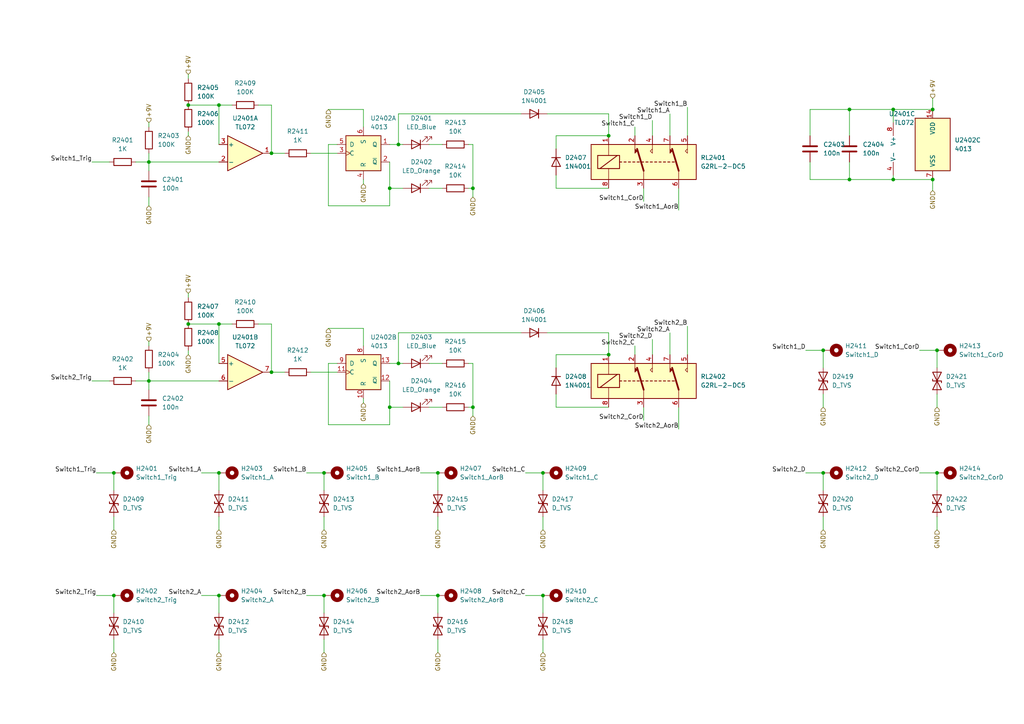
<source format=kicad_sch>
(kicad_sch (version 20211123) (generator eeschema)
  (paper "A4")
  (lib_symbols
    (symbol "4xxx:4013" (pin_names (offset 1.016))
      (property "Reference" "U" (at -7.62 8.89 0))
      (property "Value" "4013" (at -7.62 -8.89 0))
      (symbol "4013_1_1"
        (rectangle (start -5.08 5.08) (end 5.08 -5.08) (stroke (width 0.254)) (fill (type background)))
        (pin output line (at 7.62 2.54 180) (length 2.54) (name "Q") (number "1"))
        (pin output line (at 7.62 -2.54 180) (length 2.54) (name "~{Q}") (number "2"))
        (pin input clock (at -7.62 0 0) (length 2.54) (name "C") (number "3"))
        (pin input line (at 0 -7.62 90) (length 2.54) (name "R") (number "4"))
        (pin input line (at -7.62 2.54 0) (length 2.54) (name "D") (number "5"))
        (pin input line (at 0 7.62 270) (length 2.54) (name "S") (number "6"))
      )
      (symbol "4013_2_1"
        (rectangle (start -5.08 5.08) (end 5.08 -5.08) (stroke (width 0.254)) (fill (type background)))
        (pin input line (at 0 -7.62 90) (length 2.54) (name "R") (number "10"))
        (pin input clock (at -7.62 0 0) (length 2.54) (name "C") (number "11"))
        (pin output line (at 7.62 -2.54 180) (length 2.54) (name "~{Q}") (number "12"))
        (pin output line (at 7.62 2.54 180) (length 2.54) (name "Q") (number "13"))
        (pin input line (at 0 7.62 270) (length 2.54) (name "S") (number "8"))
        (pin input line (at -7.62 2.54 0) (length 2.54) (name "D") (number "9"))
      )
      (symbol "4013_3_0"
        (pin power_in line (at 0 10.16 270) (length 2.54) (name "VDD") (number "14"))
        (pin power_in line (at 0 -10.16 90) (length 2.54) (name "VSS") (number "7"))
      )
      (symbol "4013_3_1"
        (rectangle (start -5.08 7.62) (end 5.08 -7.62) (stroke (width 0.254)) (fill (type background)))
      )
    )
    (symbol "Amplifier_Operational:TL072" (pin_names (offset 0.127))
      (property "Reference" "U" (at 0 5.08 0))
      (property "Value" "TL072" (at 0 -5.08 0))
      (symbol "TL072_1_1"
        (polyline (pts (xy -5.08 5.08) (xy 5.08 0) (xy -5.08 -5.08) (xy -5.08 5.08)) (stroke (width 0.254)) (fill (type background)))
        (pin output line (at 7.62 0 180) (length 2.54) (name "~") (number "1"))
        (pin input line (at -7.62 -2.54 0) (length 2.54) (name "-") (number "2"))
        (pin input line (at -7.62 2.54 0) (length 2.54) (name "+") (number "3"))
      )
      (symbol "TL072_2_1"
        (polyline (pts (xy -5.08 5.08) (xy 5.08 0) (xy -5.08 -5.08) (xy -5.08 5.08)) (stroke (width 0.254)) (fill (type background)))
        (pin input line (at -7.62 2.54 0) (length 2.54) (name "+") (number "5"))
        (pin input line (at -7.62 -2.54 0) (length 2.54) (name "-") (number "6"))
        (pin output line (at 7.62 0 180) (length 2.54) (name "~") (number "7"))
      )
      (symbol "TL072_3_1"
        (pin power_in line (at -2.54 -7.62 90) (length 3.81) (name "V-") (number "4"))
        (pin power_in line (at -2.54 7.62 270) (length 3.81) (name "V+") (number "8"))
      )
    )
    (symbol "Device:C" (pin_numbers hide) (pin_names (offset 0.254))
      (property "Reference" "C" (at 0.635 2.54 0))
      (property "Value" "C" (at 0.635 -2.54 0))
      (symbol "C_0_1"
        (polyline (pts (xy -2.032 -0.762) (xy 2.032 -0.762)) (stroke (width 0.508)))
        (polyline (pts (xy -2.032 0.762) (xy 2.032 0.762)) (stroke (width 0.508)))
      )
      (symbol "C_1_1"
        (pin passive line (at 0 3.81 270) (length 2.794) (name "~") (number "1"))
        (pin passive line (at 0 -3.81 90) (length 2.794) (name "~") (number "2"))
      )
    )
    (symbol "Device:D_TVS" (pin_numbers hide) (pin_names (offset 1.016) hide)
      (property "Reference" "D" (at 0 2.54 0))
      (property "Value" "D_TVS" (at 0 -2.54 0))
      (symbol "D_TVS_0_1"
        (polyline (pts (xy 1.27 0) (xy -1.27 0)))
        (polyline (pts (xy 0.508 1.27) (xy 0 1.27) (xy 0 -1.27) (xy -0.508 -1.27)) (stroke (width 0.254)))
        (polyline (pts (xy -2.54 1.27) (xy -2.54 -1.27) (xy 2.54 1.27) (xy 2.54 -1.27) (xy -2.54 1.27)) (stroke (width 0.254)))
      )
      (symbol "D_TVS_1_1"
        (pin passive line (at -3.81 0 0) (length 2.54) (name "A1") (number "1"))
        (pin passive line (at 3.81 0 180) (length 2.54) (name "A2") (number "2"))
      )
    )
    (symbol "Device:LED" (pin_numbers hide) (pin_names (offset 1.016) hide)
      (property "Reference" "D" (at 0 2.54 0))
      (property "Value" "LED" (at 0 -2.54 0))
      (symbol "LED_0_1"
        (polyline (pts (xy -1.27 -1.27) (xy -1.27 1.27)) (stroke (width 0.254)))
        (polyline (pts (xy -1.27 0) (xy 1.27 0)))
        (polyline (pts (xy 1.27 -1.27) (xy 1.27 1.27) (xy -1.27 0) (xy 1.27 -1.27)) (stroke (width 0.254)))
        (polyline (pts (xy -3.048 -0.762) (xy -4.572 -2.286) (xy -3.81 -2.286) (xy -4.572 -2.286) (xy -4.572 -1.524)))
        (polyline (pts (xy -1.778 -0.762) (xy -3.302 -2.286) (xy -2.54 -2.286) (xy -3.302 -2.286) (xy -3.302 -1.524)))
      )
      (symbol "LED_1_1"
        (pin passive line (at -3.81 0 0) (length 2.54) (name "K") (number "1"))
        (pin passive line (at 3.81 0 180) (length 2.54) (name "A") (number "2"))
      )
    )
    (symbol "Device:R" (pin_numbers hide) (pin_names (offset 0))
      (property "Reference" "R" (at 2.032 0 90))
      (property "Value" "R" (at 0 0 90))
      (symbol "R_0_1"
        (rectangle (start -1.016 -2.54) (end 1.016 2.54) (stroke (width 0.254)))
      )
      (symbol "R_1_1"
        (pin passive line (at 0 3.81 270) (length 1.27) (name "~") (number "1"))
        (pin passive line (at 0 -3.81 90) (length 1.27) (name "~") (number "2"))
      )
    )
    (symbol "Diode:1N4001" (pin_numbers hide) (pin_names hide)
      (property "Reference" "D" (at 0 2.54 0))
      (property "Value" "1N4001" (at 0 -2.54 0))
      (symbol "1N4001_0_1"
        (polyline (pts (xy -1.27 1.27) (xy -1.27 -1.27)) (stroke (width 0.254)))
        (polyline (pts (xy 1.27 0) (xy -1.27 0)))
        (polyline (pts (xy 1.27 1.27) (xy 1.27 -1.27) (xy -1.27 0) (xy 1.27 1.27)) (stroke (width 0.254)))
      )
      (symbol "1N4001_1_1"
        (pin passive line (at -3.81 0 0) (length 2.54) (name "K") (number "1"))
        (pin passive line (at 3.81 0 180) (length 2.54) (name "A") (number "2"))
      )
    )
    (symbol "Mechanical:MountingHole_Pad" (pin_numbers hide) (pin_names (offset 1.016) hide)
      (property "Reference" "H" (at 0 6.35 0))
      (property "Value" "MountingHole_Pad" (at 0 4.445 0))
      (symbol "MountingHole_Pad_0_1"
        (circle (center 0 1.27) (radius 1.27) (stroke (width 1.27)))
      )
      (symbol "MountingHole_Pad_1_1"
        (pin input line (at 0 -2.54 90) (length 2.54) (name "1") (number "1"))
      )
    )
    (symbol "Relay:G2RL-2-DC5"
      (property "Reference" "RL" (at 16.51 3.81 0))
      (property "Value" "G2RL-2-DC5" (at 16.51 1.27 0))
      (symbol "G2RL-2-DC5_0_1"
        (rectangle (start -15.24 5.08) (end 15.24 -5.08) (stroke (width 0.254)) (fill (type background)))
        (rectangle (start -13.335 1.905) (end -6.985 -1.905) (stroke (width 0.254)))
        (polyline (pts (xy -12.7 -1.905) (xy -7.62 1.905)) (stroke (width 0.254)))
        (polyline (pts (xy -10.16 -5.08) (xy -10.16 -1.905)))
        (polyline (pts (xy -10.16 5.08) (xy -10.16 1.905)))
        (polyline (pts (xy -6.985 0) (xy -6.35 0)) (stroke (width 0.254)))
        (polyline (pts (xy -5.715 0) (xy -5.08 0)) (stroke (width 0.254)))
        (polyline (pts (xy -4.445 0) (xy -3.81 0)) (stroke (width 0.254)))
        (polyline (pts (xy -3.175 0) (xy -2.54 0)) (stroke (width 0.254)))
        (polyline (pts (xy -1.905 0) (xy -1.27 0)) (stroke (width 0.254)))
        (polyline (pts (xy -0.635 0) (xy 0 0)) (stroke (width 0.254)))
        (polyline (pts (xy 0 -2.54) (xy -1.905 3.81)) (stroke (width 0.508)))
        (polyline (pts (xy 0 -2.54) (xy 0 -5.08)))
        (polyline (pts (xy 0.635 0) (xy 1.27 0)) (stroke (width 0.254)))
        (polyline (pts (xy 1.905 0) (xy 2.54 0)) (stroke (width 0.254)))
        (polyline (pts (xy 3.175 0) (xy 3.81 0)) (stroke (width 0.254)))
        (polyline (pts (xy 4.445 0) (xy 5.08 0)) (stroke (width 0.254)))
        (polyline (pts (xy 5.715 0) (xy 6.35 0)) (stroke (width 0.254)))
        (polyline (pts (xy 6.985 0) (xy 7.62 0)) (stroke (width 0.254)))
        (polyline (pts (xy 8.255 0) (xy 8.89 0)) (stroke (width 0.254)))
        (polyline (pts (xy 10.16 -2.54) (xy 8.255 3.81)) (stroke (width 0.508)))
        (polyline (pts (xy 10.16 -2.54) (xy 10.16 -5.08)))
        (polyline (pts (xy -2.54 5.08) (xy -2.54 2.54) (xy -1.905 3.175) (xy -2.54 3.81)) (fill (type outline)))
        (polyline (pts (xy 2.54 5.08) (xy 2.54 2.54) (xy 1.905 3.175) (xy 2.54 3.81)))
        (polyline (pts (xy 7.62 5.08) (xy 7.62 2.54) (xy 8.255 3.175) (xy 7.62 3.81)) (fill (type outline)))
        (polyline (pts (xy 12.7 5.08) (xy 12.7 2.54) (xy 12.065 3.175) (xy 12.7 3.81)))
      )
      (symbol "G2RL-2-DC5_1_1"
        (pin passive line (at -10.16 7.62 270) (length 2.54) (name "~") (number "1"))
        (pin passive line (at -2.54 7.62 270) (length 2.54) (name "~") (number "2"))
        (pin passive line (at 0 -7.62 90) (length 2.54) (name "~") (number "3"))
        (pin passive line (at 2.54 7.62 270) (length 2.54) (name "~") (number "4"))
        (pin passive line (at 12.7 7.62 270) (length 2.54) (name "~") (number "5"))
        (pin passive line (at 10.16 -7.62 90) (length 2.54) (name "~") (number "6"))
        (pin passive line (at 7.62 7.62 270) (length 2.54) (name "~") (number "7"))
        (pin passive line (at -10.16 -7.62 90) (length 2.54) (name "~") (number "8"))
      )
    )
  )
  (junction (at 115.57 105.41))
  (junction (at 270.51 31.75))
  (junction (at 259.08 52.07))
  (junction (at 113.03 54.61))
  (junction (at 271.78 137.16))
  (junction (at 176.53 39.37))
  (junction (at 238.76 137.16))
  (junction (at 157.48 137.16))
  (junction (at 43.18 110.49))
  (junction (at 113.03 118.11))
  (junction (at 127 137.16))
  (junction (at 259.08 31.75))
  (junction (at 63.5 137.16))
  (junction (at 78.74 107.95))
  (junction (at 176.53 102.87))
  (junction (at 54.61 30.48))
  (junction (at 270.51 52.07))
  (junction (at 54.61 93.98))
  (junction (at 246.38 52.07))
  (junction (at 238.76 101.6))
  (junction (at 63.5 30.48))
  (junction (at 63.5 93.98))
  (junction (at 115.57 41.91))
  (junction (at 63.5 172.72))
  (junction (at 157.48 172.72))
  (junction (at 271.78 101.6))
  (junction (at 127 172.72))
  (junction (at 33.02 172.72))
  (junction (at 93.98 137.16))
  (junction (at 78.74 44.45))
  (junction (at 137.16 118.11))
  (junction (at 137.16 54.61))
  (junction (at 246.38 31.75))
  (junction (at 43.18 46.99))
  (junction (at 33.02 137.16))
  (junction (at 93.98 172.72))
  (wire (pts (xy 43.18 46.99) (xy 63.5 46.99)))
  (wire (pts (xy 259.08 52.07) (xy 259.08 50.8)))
  (wire (pts (xy 115.57 96.52) (xy 151.13 96.52)))
  (wire (pts (xy 97.79 105.41) (xy 95.25 105.41)))
  (wire (pts (xy 271.78 137.16) (xy 271.78 142.24)))
  (wire (pts (xy 127 137.16) (xy 127 142.24)))
  (wire (pts (xy 93.98 137.16) (xy 93.98 142.24)))
  (wire (pts (xy 88.9 137.16) (xy 93.98 137.16)))
  (wire (pts (xy 63.5 105.41) (xy 63.5 93.98)))
  (wire (pts (xy 78.74 107.95) (xy 82.55 107.95)))
  (wire (pts (xy 161.29 39.37) (xy 176.53 39.37)))
  (wire (pts (xy 54.61 101.6) (xy 54.61 102.87)))
  (wire (pts (xy 135.89 41.91) (xy 137.16 41.91)))
  (wire (pts (xy 78.74 44.45) (xy 82.55 44.45)))
  (wire (pts (xy 238.76 149.86) (xy 238.76 153.67)))
  (wire (pts (xy 152.4 137.16) (xy 157.48 137.16)))
  (wire (pts (xy 43.18 110.49) (xy 63.5 110.49)))
  (wire (pts (xy 266.7 101.6) (xy 271.78 101.6)))
  (wire (pts (xy 196.85 118.11) (xy 196.85 124.46)))
  (wire (pts (xy 176.53 96.52) (xy 176.53 102.87)))
  (wire (pts (xy 234.95 31.75) (xy 246.38 31.75)))
  (wire (pts (xy 26.67 110.49) (xy 31.75 110.49)))
  (wire (pts (xy 135.89 105.41) (xy 137.16 105.41)))
  (wire (pts (xy 157.48 185.42) (xy 157.48 189.23)))
  (wire (pts (xy 266.7 137.16) (xy 271.78 137.16)))
  (wire (pts (xy 115.57 105.41) (xy 116.84 105.41)))
  (wire (pts (xy 233.68 101.6) (xy 238.76 101.6)))
  (wire (pts (xy 186.69 54.61) (xy 186.69 58.42)))
  (wire (pts (xy 113.03 118.11) (xy 116.84 118.11)))
  (wire (pts (xy 113.03 54.61) (xy 116.84 54.61)))
  (wire (pts (xy 238.76 114.3) (xy 238.76 118.11)))
  (wire (pts (xy 115.57 105.41) (xy 115.57 96.52)))
  (wire (pts (xy 113.03 41.91) (xy 115.57 41.91)))
  (wire (pts (xy 105.41 95.25) (xy 105.41 100.33)))
  (wire (pts (xy 127 185.42) (xy 127 189.23)))
  (wire (pts (xy 105.41 31.75) (xy 105.41 36.83)))
  (wire (pts (xy 161.29 54.61) (xy 176.53 54.61)))
  (wire (pts (xy 246.38 39.37) (xy 246.38 31.75)))
  (wire (pts (xy 270.51 52.07) (xy 259.08 52.07)))
  (wire (pts (xy 234.95 52.07) (xy 246.38 52.07)))
  (wire (pts (xy 161.29 50.8) (xy 161.29 54.61)))
  (wire (pts (xy 194.31 96.52) (xy 194.31 102.87)))
  (wire (pts (xy 161.29 114.3) (xy 161.29 118.11)))
  (wire (pts (xy 54.61 30.48) (xy 63.5 30.48)))
  (wire (pts (xy 113.03 105.41) (xy 115.57 105.41)))
  (wire (pts (xy 161.29 106.68) (xy 161.29 102.87)))
  (wire (pts (xy 54.61 38.1) (xy 54.61 39.37)))
  (wire (pts (xy 43.18 107.95) (xy 43.18 110.49)))
  (wire (pts (xy 199.39 94.615) (xy 199.39 102.87)))
  (wire (pts (xy 90.17 107.95) (xy 97.79 107.95)))
  (wire (pts (xy 115.57 41.91) (xy 116.84 41.91)))
  (wire (pts (xy 271.78 149.86) (xy 271.78 153.67)))
  (wire (pts (xy 186.69 118.11) (xy 186.69 121.92)))
  (wire (pts (xy 93.98 149.86) (xy 93.98 153.67)))
  (wire (pts (xy 95.25 123.19) (xy 113.03 123.19)))
  (wire (pts (xy 135.89 118.11) (xy 137.16 118.11)))
  (wire (pts (xy 124.46 118.11) (xy 128.27 118.11)))
  (wire (pts (xy 124.46 41.91) (xy 128.27 41.91)))
  (wire (pts (xy 63.5 185.42) (xy 63.5 189.23)))
  (wire (pts (xy 152.4 172.72) (xy 157.48 172.72)))
  (wire (pts (xy 124.46 105.41) (xy 128.27 105.41)))
  (wire (pts (xy 194.31 33.02) (xy 194.31 39.37)))
  (wire (pts (xy 233.68 137.16) (xy 238.76 137.16)))
  (wire (pts (xy 259.08 31.75) (xy 259.08 35.56)))
  (wire (pts (xy 90.17 44.45) (xy 97.79 44.45)))
  (wire (pts (xy 238.76 101.6) (xy 238.76 106.68)))
  (wire (pts (xy 43.18 44.45) (xy 43.18 46.99)))
  (wire (pts (xy 137.16 105.41) (xy 137.16 118.11)))
  (wire (pts (xy 137.16 41.91) (xy 137.16 54.61)))
  (wire (pts (xy 124.46 54.61) (xy 128.27 54.61)))
  (wire (pts (xy 74.93 93.98) (xy 78.74 93.98)))
  (wire (pts (xy 95.25 31.75) (xy 105.41 31.75)))
  (wire (pts (xy 157.48 137.16) (xy 157.48 142.24)))
  (wire (pts (xy 246.38 46.99) (xy 246.38 52.07)))
  (wire (pts (xy 113.03 123.19) (xy 113.03 118.11)))
  (wire (pts (xy 39.37 46.99) (xy 43.18 46.99)))
  (wire (pts (xy 105.41 52.07) (xy 105.41 53.34)))
  (wire (pts (xy 54.61 93.98) (xy 63.5 93.98)))
  (wire (pts (xy 246.38 52.07) (xy 259.08 52.07)))
  (wire (pts (xy 43.18 110.49) (xy 43.18 113.03)))
  (wire (pts (xy 58.42 172.72) (xy 63.5 172.72)))
  (wire (pts (xy 270.51 28.575) (xy 270.51 31.75)))
  (wire (pts (xy 270.51 52.07) (xy 270.51 55.245)))
  (wire (pts (xy 33.02 185.42) (xy 33.02 189.23)))
  (wire (pts (xy 33.02 172.72) (xy 33.02 177.8)))
  (wire (pts (xy 127 172.72) (xy 127 177.8)))
  (wire (pts (xy 196.85 54.61) (xy 196.85 60.96)))
  (wire (pts (xy 26.67 46.99) (xy 31.75 46.99)))
  (wire (pts (xy 115.57 41.91) (xy 115.57 33.02)))
  (wire (pts (xy 189.23 98.425) (xy 189.23 102.87)))
  (wire (pts (xy 113.03 118.11) (xy 113.03 110.49)))
  (wire (pts (xy 43.18 57.15) (xy 43.18 59.69)))
  (wire (pts (xy 78.74 30.48) (xy 78.74 44.45)))
  (wire (pts (xy 93.98 172.72) (xy 93.98 177.8)))
  (wire (pts (xy 158.75 33.02) (xy 176.53 33.02)))
  (wire (pts (xy 158.75 96.52) (xy 176.53 96.52)))
  (wire (pts (xy 115.57 33.02) (xy 151.13 33.02)))
  (wire (pts (xy 54.61 21.59) (xy 54.61 22.86)))
  (wire (pts (xy 127 149.86) (xy 127 153.67)))
  (wire (pts (xy 63.5 172.72) (xy 63.5 177.8)))
  (wire (pts (xy 176.53 33.02) (xy 176.53 39.37)))
  (wire (pts (xy 157.48 149.86) (xy 157.48 153.67)))
  (wire (pts (xy 43.18 46.99) (xy 43.18 49.53)))
  (wire (pts (xy 74.93 30.48) (xy 78.74 30.48)))
  (wire (pts (xy 39.37 110.49) (xy 43.18 110.49)))
  (wire (pts (xy 184.15 36.83) (xy 184.15 39.37)))
  (wire (pts (xy 58.42 137.16) (xy 63.5 137.16)))
  (wire (pts (xy 43.18 120.65) (xy 43.18 123.19)))
  (wire (pts (xy 88.9 172.72) (xy 93.98 172.72)))
  (wire (pts (xy 234.95 46.99) (xy 234.95 52.07)))
  (wire (pts (xy 54.61 85.09) (xy 54.61 86.36)))
  (wire (pts (xy 113.03 59.69) (xy 113.03 54.61)))
  (wire (pts (xy 33.02 137.16) (xy 33.02 142.24)))
  (wire (pts (xy 113.03 54.61) (xy 113.03 46.99)))
  (wire (pts (xy 189.23 34.925) (xy 189.23 39.37)))
  (wire (pts (xy 63.5 30.48) (xy 67.31 30.48)))
  (wire (pts (xy 95.25 105.41) (xy 95.25 123.19)))
  (wire (pts (xy 161.29 118.11) (xy 176.53 118.11)))
  (wire (pts (xy 43.18 35.56) (xy 43.18 36.83)))
  (wire (pts (xy 95.25 59.69) (xy 113.03 59.69)))
  (wire (pts (xy 33.02 149.86) (xy 33.02 153.67)))
  (wire (pts (xy 63.5 137.16) (xy 63.5 142.24)))
  (wire (pts (xy 121.92 172.72) (xy 127 172.72)))
  (wire (pts (xy 93.98 185.42) (xy 93.98 189.23)))
  (wire (pts (xy 157.48 172.72) (xy 157.48 177.8)))
  (wire (pts (xy 238.76 137.16) (xy 238.76 142.24)))
  (wire (pts (xy 135.89 54.61) (xy 137.16 54.61)))
  (wire (pts (xy 105.41 115.57) (xy 105.41 116.84)))
  (wire (pts (xy 161.29 102.87) (xy 176.53 102.87)))
  (wire (pts (xy 199.39 31.115) (xy 199.39 39.37)))
  (wire (pts (xy 137.16 118.11) (xy 137.16 120.65)))
  (wire (pts (xy 271.78 114.3) (xy 271.78 118.11)))
  (wire (pts (xy 27.94 172.72) (xy 33.02 172.72)))
  (wire (pts (xy 97.79 41.91) (xy 95.25 41.91)))
  (wire (pts (xy 271.78 101.6) (xy 271.78 106.68)))
  (wire (pts (xy 95.25 95.25) (xy 105.41 95.25)))
  (wire (pts (xy 234.95 39.37) (xy 234.95 31.75)))
  (wire (pts (xy 137.16 54.61) (xy 137.16 57.15)))
  (wire (pts (xy 270.51 31.75) (xy 259.08 31.75)))
  (wire (pts (xy 43.18 99.06) (xy 43.18 100.33)))
  (wire (pts (xy 63.5 93.98) (xy 67.31 93.98)))
  (wire (pts (xy 63.5 41.91) (xy 63.5 30.48)))
  (wire (pts (xy 95.25 41.91) (xy 95.25 59.69)))
  (wire (pts (xy 27.94 137.16) (xy 33.02 137.16)))
  (wire (pts (xy 121.92 137.16) (xy 127 137.16)))
  (wire (pts (xy 63.5 149.86) (xy 63.5 153.67)))
  (wire (pts (xy 184.15 100.33) (xy 184.15 102.87)))
  (wire (pts (xy 246.38 31.75) (xy 259.08 31.75)))
  (wire (pts (xy 161.29 43.18) (xy 161.29 39.37)))
  (wire (pts (xy 78.74 93.98) (xy 78.74 107.95)))
  (label "Switch1_CorD" (at 186.69 58.42 180))
  (label "Switch2_A" (at 58.42 172.72 180))
  (label "Switch2_CorD" (at 186.69 121.92 180))
  (label "Switch2_D" (at 233.68 137.16 180))
  (label "Switch1_Trig" (at 27.94 137.16 180))
  (label "Switch2_A" (at 194.31 96.52 180))
  (label "Switch2_B" (at 199.39 94.615 180))
  (label "Switch1_CorD" (at 266.7 101.6 180))
  (label "Switch2_AorB" (at 196.85 124.46 180))
  (label "Switch2_CorD" (at 266.7 137.16 180))
  (label "Switch1_AorB" (at 196.85 60.96 180))
  (label "Switch2_D" (at 189.23 98.425 180))
  (label "Switch1_AorB" (at 121.92 137.16 180))
  (label "Switch2_Trig" (at 27.94 172.72 180))
  (label "Switch1_C" (at 152.4 137.16 180))
  (label "Switch1_B" (at 88.9 137.16 180))
  (label "Switch1_D" (at 189.23 34.925 180))
  (label "Switch2_C" (at 184.15 100.33 180))
  (label "Switch2_C" (at 152.4 172.72 180))
  (label "Switch1_C" (at 184.15 36.83 180))
  (label "Switch1_Trig" (at 26.67 46.99 180))
  (label "Switch1_A" (at 194.31 33.02 180))
  (label "Switch2_B" (at 88.9 172.72 180))
  (label "Switch2_AorB" (at 121.92 172.72 180))
  (label "Switch1_A" (at 58.42 137.16 180))
  (label "Switch1_B" (at 199.39 31.115 180))
  (label "Switch2_Trig" (at 26.67 110.49 180))
  (label "Switch1_D" (at 233.68 101.6 180))
  (hierarchical_label "GND" (shape input) (at 93.98 153.67 270))
  (hierarchical_label "GND" (shape input) (at 95.25 95.25 270))
  (hierarchical_label "GND" (shape input) (at 105.41 116.84 270))
  (hierarchical_label "GND" (shape input) (at 127 189.23 270))
  (hierarchical_label "GND" (shape input) (at 43.18 123.19 270))
  (hierarchical_label "GND" (shape input) (at 105.41 53.34 270))
  (hierarchical_label "GND" (shape input) (at 238.76 118.11 270))
  (hierarchical_label "GND" (shape input) (at 54.61 39.37 270))
  (hierarchical_label "GND" (shape input) (at 127 153.67 270))
  (hierarchical_label "GND" (shape input) (at 238.76 153.67 270))
  (hierarchical_label "+9V" (shape input) (at 54.61 21.59 90))
  (hierarchical_label "GND" (shape input) (at 63.5 189.23 270))
  (hierarchical_label "GND" (shape input) (at 157.48 153.67 270))
  (hierarchical_label "GND" (shape input) (at 54.61 102.87 270))
  (hierarchical_label "GND" (shape input) (at 137.16 120.65 270))
  (hierarchical_label "GND" (shape input) (at 33.02 189.23 270))
  (hierarchical_label "GND" (shape input) (at 43.18 59.69 270))
  (hierarchical_label "GND" (shape input) (at 33.02 153.67 270))
  (hierarchical_label "GND" (shape input) (at 95.25 31.75 270))
  (hierarchical_label "+9V" (shape input) (at 43.18 99.06 90))
  (hierarchical_label "GND" (shape input) (at 271.78 118.11 270))
  (hierarchical_label "GND" (shape input) (at 63.5 153.67 270))
  (hierarchical_label "GND" (shape input) (at 271.78 153.67 270))
  (hierarchical_label "+9V" (shape input) (at 270.51 28.575 90))
  (hierarchical_label "GND" (shape input) (at 270.51 55.245 270))
  (hierarchical_label "GND" (shape input) (at 93.98 189.23 270))
  (hierarchical_label "+9V" (shape input) (at 43.18 35.56 90))
  (hierarchical_label "GND" (shape input) (at 137.16 57.15 270))
  (hierarchical_label "+9V" (shape input) (at 54.61 85.09 90))
  (hierarchical_label "GND" (shape input) (at 157.48 189.23 270))
  (symbol (lib_id "Mechanical:MountingHole_Pad") (at 241.3 101.6 270) (unit 1)
    (property "Reference" "H2411" (at 245.11 100.3299 90) (effects (justify left)))
    (property "Value" "Switch1_D" (at 245.11 102.8699 90) (effects (justify left)))
    (property "Footprint" "MountingHole:MountingHole_4.3mm_M4_Pad_TopBottom" (effects hide))
  )
  (symbol (lib_id "Mechanical:MountingHole_Pad") (at 274.32 101.6 270) (unit 1)
    (property "Reference" "H2413" (at 278.13 100.3299 90) (effects (justify left)))
    (property "Value" "Switch1_CorD" (at 278.13 102.8699 90) (effects (justify left)))
    (property "Footprint" "MountingHole:MountingHole_4.3mm_M4_Pad_TopBottom" (effects hide))
  )
  (symbol (lib_id "Device:C") (at 43.18 53.34 0) (unit 1)
    (property "Reference" "C2401" (at 46.99 52.0699 0) (effects (justify left)))
    (property "Value" "100n" (at 46.99 54.6099 0) (effects (justify left)))
    (property "Footprint" "Capacitor_SMD:C_0603_1608Metric_Pad1.08x0.95mm_HandSolder" (effects hide))
    (property "LCSC" "C519438" (effects hide))
    (property "Role" "cv-filter" (effects hide))
  )
  (symbol (lib_id "Device:D_TVS") (at 271.78 146.05 90) (unit 1)
    (property "Reference" "D2422" (at 274.32 144.7799 90) (effects (justify right)))
    (property "Value" "D_TVS" (at 274.32 147.3199 90) (effects (justify right)))
    (property "Footprint" "Diode_SMD:D_SOD-323_HandSoldering" (effects hide))
    (property "LCSC" "C20936" (effects hide))
  )
  (symbol (lib_id "Mechanical:MountingHole_Pad") (at 66.04 137.16 270) (unit 1)
    (property "Reference" "H2403" (at 69.85 135.8899 90) (effects (justify left)))
    (property "Value" "Switch1_A" (at 69.85 138.4299 90) (effects (justify left)))
    (property "Footprint" "MountingHole:MountingHole_4.3mm_M4_Pad_TopBottom" (effects hide))
  )
  (symbol (lib_id "Mechanical:MountingHole_Pad") (at 66.04 172.72 270) (unit 1)
    (property "Reference" "H2404" (at 69.85 171.4499 90) (effects (justify left)))
    (property "Value" "Switch2_A" (at 69.85 173.9899 90) (effects (justify left)))
    (property "Footprint" "MountingHole:MountingHole_4.3mm_M4_Pad_TopBottom" (effects hide))
  )
  (symbol (lib_id "Mechanical:MountingHole_Pad") (at 35.56 172.72 270) (unit 1)
    (property "Reference" "H2402" (at 39.37 171.4499 90) (effects (justify left)))
    (property "Value" "Switch2_Trig" (at 39.37 173.9899 90) (effects (justify left)))
    (property "Footprint" "MountingHole:MountingHole_4.3mm_M4_Pad_TopBottom" (effects hide))
  )
  (symbol (lib_id "Device:R") (at 86.36 107.95 270) (unit 1)
    (property "Reference" "R2412" (at 86.36 101.6 90))
    (property "Value" "1K" (at 86.36 104.14 90))
    (property "Footprint" "Resistor_SMD:R_0603_1608Metric_Pad0.98x0.95mm_HandSolder" (effects hide))
    (property "LCSC" "C2907002" (effects hide))
  )
  (symbol (lib_id "Device:R") (at 132.08 118.11 270) (unit 1)
    (property "Reference" "R2416" (at 132.08 111.76 90))
    (property "Value" "10K" (at 132.08 114.3 90))
    (property "Footprint" "Resistor_SMD:R_0603_1608Metric_Pad0.98x0.95mm_HandSolder" (effects hide))
    (property "LCSC" "C98220" (effects hide))
  )
  (symbol (lib_id "Device:D_TVS") (at 238.76 146.05 90) (unit 1)
    (property "Reference" "D2420" (at 241.3 144.7799 90) (effects (justify right)))
    (property "Value" "D_TVS" (at 241.3 147.3199 90) (effects (justify right)))
    (property "Footprint" "Diode_SMD:D_SOD-323_HandSoldering" (effects hide))
    (property "LCSC" "C20936" (effects hide))
  )
  (symbol (lib_id "Amplifier_Operational:TL072") (at 71.12 107.95 0) (unit 2)
    (property "Reference" "U2401" (at 71.12 97.79 0))
    (property "Value" "TL072" (at 71.12 100.33 0))
    (property "Footprint" "Package_SO:SOIC-8_3.9x4.9mm_P1.27mm" (effects hide))
    (property "Datasheet" "http://www.ti.com/lit/ds/symlink/tl071.pdf" (effects hide))
    (property "LCSC" "C67473" (effects hide))
  )
  (symbol (lib_id "Diode:1N4001") (at 161.29 110.49 270) (unit 1)
    (property "Reference" "D2408" (at 163.83 109.2199 90) (effects (justify left)))
    (property "Value" "1N4001" (at 163.83 111.7599 90) (effects (justify left)))
    (property "Footprint" "Diode_SMD:D_SMA_Handsoldering" (effects hide))
    (property "Datasheet" "http://www.vishay.com/docs/88503/1n4001.pdf" (effects hide))
    (property "LCSC" "C122841" (effects hide))
  )
  (symbol (lib_id "Mechanical:MountingHole_Pad") (at 241.3 137.16 270) (unit 1)
    (property "Reference" "H2412" (at 245.11 135.8899 90) (effects (justify left)))
    (property "Value" "Switch2_D" (at 245.11 138.4299 90) (effects (justify left)))
    (property "Footprint" "MountingHole:MountingHole_4.3mm_M4_Pad_TopBottom" (effects hide))
  )
  (symbol (lib_id "Diode:1N4001") (at 154.94 33.02 0) (mirror y) (unit 1)
    (property "Reference" "D2405" (at 154.94 26.67 0))
    (property "Value" "1N4001" (at 154.94 29.21 0))
    (property "Footprint" "Diode_SMD:D_SMA_Handsoldering" (effects hide))
    (property "Datasheet" "http://www.vishay.com/docs/88503/1n4001.pdf" (effects hide))
    (property "LCSC" "C122841" (effects hide))
  )
  (symbol (lib_id "Device:R") (at 132.08 54.61 270) (unit 1)
    (property "Reference" "R2414" (at 132.08 48.26 90))
    (property "Value" "10K" (at 132.08 50.8 90))
    (property "Footprint" "Resistor_SMD:R_0603_1608Metric_Pad0.98x0.95mm_HandSolder" (effects hide))
    (property "LCSC" "C98220" (effects hide))
  )
  (symbol (lib_id "Diode:1N4001") (at 161.29 46.99 270) (unit 1)
    (property "Reference" "D2407" (at 163.83 45.7199 90) (effects (justify left)))
    (property "Value" "1N4001" (at 163.83 48.2599 90) (effects (justify left)))
    (property "Footprint" "Diode_SMD:D_SMA_Handsoldering" (effects hide))
    (property "Datasheet" "http://www.vishay.com/docs/88503/1n4001.pdf" (effects hide))
    (property "LCSC" "C122841" (effects hide))
  )
  (symbol (lib_id "Device:R") (at 54.61 97.79 0) (unit 1)
    (property "Reference" "R2408" (at 57.15 96.5199 0) (effects (justify left)))
    (property "Value" "100K" (at 57.15 99.0599 0) (effects (justify left)))
    (property "Footprint" "Resistor_SMD:R_0603_1608Metric_Pad0.98x0.95mm_HandSolder" (effects hide))
    (property "LCSC" "C14675" (effects hide))
  )
  (symbol (lib_id "Device:D_TVS") (at 271.78 110.49 90) (unit 1)
    (property "Reference" "D2421" (at 274.32 109.2199 90) (effects (justify right)))
    (property "Value" "D_TVS" (at 274.32 111.7599 90) (effects (justify right)))
    (property "Footprint" "Diode_SMD:D_SOD-323_HandSoldering" (effects hide))
    (property "LCSC" "C20936" (effects hide))
  )
  (symbol (lib_id "Device:R") (at 43.18 40.64 0) (unit 1)
    (property "Reference" "R2403" (at 45.72 39.3699 0) (effects (justify left)))
    (property "Value" "100K" (at 45.72 41.9099 0) (effects (justify left)))
    (property "Footprint" "Resistor_SMD:R_0603_1608Metric_Pad0.98x0.95mm_HandSolder" (effects hide))
    (property "LCSC" "C14675" (effects hide))
  )
  (symbol (lib_id "Device:LED") (at 120.65 118.11 180) (unit 1)
    (property "Reference" "D2404" (at 122.2375 110.49 0))
    (property "Value" "LED_Orange" (at 122.2375 113.03 0))
    (property "Footprint" "LED_THT:LED_D3.0mm" (effects hide))
  )
  (symbol (lib_id "Device:R") (at 35.56 110.49 270) (unit 1)
    (property "Reference" "R2402" (at 35.56 104.14 90))
    (property "Value" "1K" (at 35.56 106.68 90))
    (property "Footprint" "Resistor_SMD:R_0603_1608Metric_Pad0.98x0.95mm_HandSolder" (effects hide))
    (property "LCSC" "C2907002" (effects hide))
  )
  (symbol (lib_id "Device:D_TVS") (at 93.98 146.05 90) (unit 1)
    (property "Reference" "D2413" (at 96.52 144.7799 90) (effects (justify right)))
    (property "Value" "D_TVS" (at 96.52 147.3199 90) (effects (justify right)))
    (property "Footprint" "Diode_SMD:D_SOD-323_HandSoldering" (effects hide))
    (property "LCSC" "C20936" (effects hide))
  )
  (symbol (lib_id "Device:R") (at 71.12 30.48 270) (unit 1)
    (property "Reference" "R2409" (at 71.12 24.13 90))
    (property "Value" "100K" (at 71.12 26.67 90))
    (property "Footprint" "Resistor_SMD:R_0603_1608Metric_Pad0.98x0.95mm_HandSolder" (effects hide))
    (property "LCSC" "C14675" (effects hide))
  )
  (symbol (lib_id "Device:D_TVS") (at 63.5 181.61 90) (unit 1)
    (property "Reference" "D2412" (at 66.04 180.3399 90) (effects (justify right)))
    (property "Value" "D_TVS" (at 66.04 182.8799 90) (effects (justify right)))
    (property "Footprint" "Diode_SMD:D_SOD-323_HandSoldering" (effects hide))
    (property "LCSC" "C20936" (effects hide))
  )
  (symbol (lib_id "Device:R") (at 132.08 105.41 270) (unit 1)
    (property "Reference" "R2415" (at 132.08 99.06 90))
    (property "Value" "10K" (at 132.08 101.6 90))
    (property "Footprint" "Resistor_SMD:R_0603_1608Metric_Pad0.98x0.95mm_HandSolder" (effects hide))
    (property "LCSC" "C98220" (effects hide))
  )
  (symbol (lib_id "Device:LED") (at 120.65 54.61 180) (unit 1)
    (property "Reference" "D2402" (at 122.2375 46.99 0))
    (property "Value" "LED_Orange" (at 122.2375 49.53 0))
    (property "Footprint" "LED_THT:LED_D3.0mm" (effects hide))
  )
  (symbol (lib_id "Mechanical:MountingHole_Pad") (at 96.52 172.72 270) (unit 1)
    (property "Reference" "H2406" (at 100.33 171.4499 90) (effects (justify left)))
    (property "Value" "Switch2_B" (at 100.33 173.9899 90) (effects (justify left)))
    (property "Footprint" "MountingHole:MountingHole_4.3mm_M4_Pad_TopBottom" (effects hide))
  )
  (symbol (lib_id "Mechanical:MountingHole_Pad") (at 35.56 137.16 270) (unit 1)
    (property "Reference" "H2401" (at 39.37 135.8899 90) (effects (justify left)))
    (property "Value" "Switch1_Trig" (at 39.37 138.4299 90) (effects (justify left)))
    (property "Footprint" "MountingHole:MountingHole_4.3mm_M4_Pad_TopBottom" (effects hide))
  )
  (symbol (lib_id "Device:R") (at 71.12 93.98 270) (unit 1)
    (property "Reference" "R2410" (at 71.12 87.63 90))
    (property "Value" "100K" (at 71.12 90.17 90))
    (property "Footprint" "Resistor_SMD:R_0603_1608Metric_Pad0.98x0.95mm_HandSolder" (effects hide))
    (property "LCSC" "C14675" (effects hide))
  )
  (symbol (lib_id "Device:R") (at 54.61 26.67 0) (unit 1)
    (property "Reference" "R2405" (at 57.15 25.3999 0) (effects (justify left)))
    (property "Value" "100K" (at 57.15 27.9399 0) (effects (justify left)))
    (property "Footprint" "Resistor_SMD:R_0603_1608Metric_Pad0.98x0.95mm_HandSolder" (effects hide))
    (property "LCSC" "C14675" (effects hide))
  )
  (symbol (lib_id "Device:R") (at 132.08 41.91 270) (unit 1)
    (property "Reference" "R2413" (at 132.08 35.56 90))
    (property "Value" "10K" (at 132.08 38.1 90))
    (property "Footprint" "Resistor_SMD:R_0603_1608Metric_Pad0.98x0.95mm_HandSolder" (effects hide))
    (property "LCSC" "C98220" (effects hide))
  )
  (symbol (lib_id "Device:D_TVS") (at 63.5 146.05 90) (unit 1)
    (property "Reference" "D2411" (at 66.04 144.7799 90) (effects (justify right)))
    (property "Value" "D_TVS" (at 66.04 147.3199 90) (effects (justify right)))
    (property "Footprint" "Diode_SMD:D_SOD-323_HandSoldering" (effects hide))
    (property "LCSC" "C20936" (effects hide))
  )
  (symbol (lib_id "Mechanical:MountingHole_Pad") (at 129.54 137.16 270) (unit 1)
    (property "Reference" "H2407" (at 133.35 135.8899 90) (effects (justify left)))
    (property "Value" "Switch1_AorB" (at 133.35 138.4299 90) (effects (justify left)))
    (property "Footprint" "MountingHole:MountingHole_4.3mm_M4_Pad_TopBottom" (effects hide))
  )
  (symbol (lib_id "Device:LED") (at 120.65 105.41 180) (unit 1)
    (property "Reference" "D2403" (at 122.2375 97.79 0))
    (property "Value" "LED_Blue" (at 122.2375 100.33 0))
    (property "Footprint" "LED_THT:LED_D3.0mm" (effects hide))
  )
  (symbol (lib_id "Device:R") (at 54.61 90.17 0) (unit 1)
    (property "Reference" "R2407" (at 57.15 88.8999 0) (effects (justify left)))
    (property "Value" "100K" (at 57.15 91.4399 0) (effects (justify left)))
    (property "Footprint" "Resistor_SMD:R_0603_1608Metric_Pad0.98x0.95mm_HandSolder" (effects hide))
    (property "LCSC" "C14675" (effects hide))
  )
  (symbol (lib_id "4xxx:4013") (at 105.41 44.45 0) (unit 1)
    (property "Reference" "U2402" (at 107.4294 34.29 0) (effects (justify left)))
    (property "Value" "4013" (at 107.4294 36.83 0) (effects (justify left)))
    (property "Footprint" "Package_SO:SOIC-14_3.9x8.7mm_P1.27mm" (effects hide))
    (property "Datasheet" "http://www.onsemi.com/pub/Collateral/MC14013B-D.PDF" (effects hide))
    (property "LCSC" "C194333" (effects hide))
  )
  (symbol (lib_id "Device:D_TVS") (at 157.48 181.61 90) (unit 1)
    (property "Reference" "D2418" (at 160.02 180.3399 90) (effects (justify right)))
    (property "Value" "D_TVS" (at 160.02 182.8799 90) (effects (justify right)))
    (property "Footprint" "Diode_SMD:D_SOD-323_HandSoldering" (effects hide))
    (property "LCSC" "C20936" (effects hide))
  )
  (symbol (lib_id "Amplifier_Operational:TL072") (at 71.12 44.45 0) (unit 1)
    (property "Reference" "U2401" (at 71.12 34.29 0))
    (property "Value" "TL072" (at 71.12 36.83 0))
    (property "Footprint" "Package_SO:SOIC-8_3.9x4.9mm_P1.27mm" (effects hide))
    (property "Datasheet" "http://www.ti.com/lit/ds/symlink/tl071.pdf" (effects hide))
    (property "LCSC" "C67473" (effects hide))
  )
  (symbol (lib_id "Device:D_TVS") (at 33.02 146.05 90) (unit 1)
    (property "Reference" "D2409" (at 35.56 144.7799 90) (effects (justify right)))
    (property "Value" "D_TVS" (at 35.56 147.3199 90) (effects (justify right)))
    (property "Footprint" "Diode_SMD:D_SOD-323_HandSoldering" (effects hide))
    (property "LCSC" "C20936" (effects hide))
  )
  (symbol (lib_id "Device:D_TVS") (at 127 181.61 90) (unit 1)
    (property "Reference" "D2416" (at 129.54 180.3399 90) (effects (justify right)))
    (property "Value" "D_TVS" (at 129.54 182.8799 90) (effects (justify right)))
    (property "Footprint" "Diode_SMD:D_SOD-323_HandSoldering" (effects hide))
    (property "LCSC" "C20936" (effects hide))
  )
  (symbol (lib_id "Mechanical:MountingHole_Pad") (at 129.54 172.72 270) (unit 1)
    (property "Reference" "H2408" (at 133.35 171.4499 90) (effects (justify left)))
    (property "Value" "Switch2_AorB" (at 133.35 173.9899 90) (effects (justify left)))
    (property "Footprint" "MountingHole:MountingHole_4.3mm_M4_Pad_TopBottom" (effects hide))
  )
  (symbol (lib_id "Amplifier_Operational:TL072") (at 261.62 43.18 0) (unit 3)
    (property "Reference" "U2401" (at 261.62 33.02 0))
    (property "Value" "TL072" (at 262.255 35.56 0))
    (property "Footprint" "Package_SO:SOIC-8_3.9x4.9mm_P1.27mm" (effects hide))
    (property "Datasheet" "http://www.ti.com/lit/ds/symlink/tl071.pdf" (effects hide))
    (property "LCSC" "C67473" (effects hide))
  )
  (symbol (lib_id "Device:LED") (at 120.65 41.91 180) (unit 1)
    (property "Reference" "D2401" (at 122.2375 34.29 0))
    (property "Value" "LED_Blue" (at 122.2375 36.83 0))
    (property "Footprint" "LED_THT:LED_D3.0mm" (effects hide))
  )
  (symbol (lib_id "4xxx:4013") (at 105.41 107.95 0) (unit 2)
    (property "Reference" "U2402" (at 107.4294 97.79 0) (effects (justify left)))
    (property "Value" "4013" (at 107.4294 100.33 0) (effects (justify left)))
    (property "Footprint" "Package_SO:SOIC-14_3.9x8.7mm_P1.27mm" (effects hide))
    (property "Datasheet" "http://www.onsemi.com/pub/Collateral/MC14013B-D.PDF" (effects hide))
    (property "LCSC" "C194333" (effects hide))
  )
  (symbol (lib_id "Device:D_TVS") (at 93.98 181.61 90) (unit 1)
    (property "Reference" "D2414" (at 96.52 180.3399 90) (effects (justify right)))
    (property "Value" "D_TVS" (at 96.52 182.8799 90) (effects (justify right)))
    (property "Footprint" "Diode_SMD:D_SOD-323_HandSoldering" (effects hide))
    (property "LCSC" "C20936" (effects hide))
  )
  (symbol (lib_id "4xxx:4013") (at 270.51 41.91 0) (unit 3)
    (property "Reference" "U2402" (at 276.86 40.6399 0) (effects (justify left)))
    (property "Value" "4013" (at 276.86 43.1799 0) (effects (justify left)))
    (property "Footprint" "Package_SO:SOIC-14_3.9x8.7mm_P1.27mm" (effects hide))
    (property "Datasheet" "http://www.onsemi.com/pub/Collateral/MC14013B-D.PDF" (effects hide))
    (property "LCSC" "C194333" (effects hide))
  )
  (symbol (lib_id "Device:R") (at 35.56 46.99 270) (unit 1)
    (property "Reference" "R2401" (at 35.56 40.64 90))
    (property "Value" "1K" (at 35.56 43.18 90))
    (property "Footprint" "Resistor_SMD:R_0603_1608Metric_Pad0.98x0.95mm_HandSolder" (effects hide))
    (property "LCSC" "C2907002" (effects hide))
  )
  (symbol (lib_id "Device:C") (at 246.38 43.18 0) (unit 1)
    (property "Reference" "C2404" (at 250.19 41.9099 0) (effects (justify left)))
    (property "Value" "100n" (at 250.19 44.4499 0) (effects (justify left)))
    (property "Footprint" "Capacitor_SMD:C_0603_1608Metric_Pad1.08x0.95mm_HandSolder" (effects hide))
    (property "LCSC" "C497032" (effects hide))
    (property "Role" "ic-bypass" (effects hide))
  )
  (symbol (lib_id "Device:D_TVS") (at 157.48 146.05 90) (unit 1)
    (property "Reference" "D2417" (at 160.02 144.7799 90) (effects (justify right)))
    (property "Value" "D_TVS" (at 160.02 147.3199 90) (effects (justify right)))
    (property "Footprint" "Diode_SMD:D_SOD-323_HandSoldering" (effects hide))
    (property "LCSC" "C20936" (effects hide))
  )
  (symbol (lib_id "Mechanical:MountingHole_Pad") (at 274.32 137.16 270) (unit 1)
    (property "Reference" "H2414" (at 278.13 135.8899 90) (effects (justify left)))
    (property "Value" "Switch2_CorD" (at 278.13 138.4299 90) (effects (justify left)))
    (property "Footprint" "MountingHole:MountingHole_4.3mm_M4_Pad_TopBottom" (effects hide))
  )
  (symbol (lib_id "Mechanical:MountingHole_Pad") (at 96.52 137.16 270) (unit 1)
    (property "Reference" "H2405" (at 100.33 135.8899 90) (effects (justify left)))
    (property "Value" "Switch1_B" (at 100.33 138.4299 90) (effects (justify left)))
    (property "Footprint" "MountingHole:MountingHole_4.3mm_M4_Pad_TopBottom" (effects hide))
  )
  (symbol (lib_id "Relay:G2RL-2-DC5") (at 186.69 46.99 0) (unit 1)
    (property "Reference" "RL2401" (at 203.2 45.7199 0) (effects (justify left)))
    (property "Value" "G2RL-2-DC5" (at 203.2 48.2599 0) (effects (justify left)))
    (property "Footprint" "Relay_SMD:Relay_Fujitsu_FTR-B3S" (effects hide))
    (property "Datasheet" "https://omronfs.omron.com/en_US/ecb/products/pdf/en-g2rl.pdf" (effects hide))
    (property "LCSC" "C2961043" (effects hide))
  )
  (symbol (lib_id "Device:R") (at 86.36 44.45 270) (unit 1)
    (property "Reference" "R2411" (at 86.36 38.1 90))
    (property "Value" "1K" (at 86.36 40.64 90))
    (property "Footprint" "Resistor_SMD:R_0603_1608Metric_Pad0.98x0.95mm_HandSolder" (effects hide))
    (property "LCSC" "C2907002" (effects hide))
  )
  (symbol (lib_id "Relay:G2RL-2-DC5") (at 186.69 110.49 0) (unit 1)
    (property "Reference" "RL2402" (at 203.2 109.2199 0) (effects (justify left)))
    (property "Value" "G2RL-2-DC5" (at 203.2 111.7599 0) (effects (justify left)))
    (property "Footprint" "Relay_SMD:Relay_Fujitsu_FTR-B3S" (effects hide))
    (property "Datasheet" "https://omronfs.omron.com/en_US/ecb/products/pdf/en-g2rl.pdf" (effects hide))
    (property "LCSC" "C2961043" (effects hide))
  )
  (symbol (lib_id "Device:C") (at 234.95 43.18 0) (unit 1)
    (property "Reference" "C2403" (at 238.76 41.9099 0) (effects (justify left)))
    (property "Value" "100n" (at 238.76 44.4499 0) (effects (justify left)))
    (property "Footprint" "Capacitor_SMD:C_0603_1608Metric_Pad1.08x0.95mm_HandSolder" (effects hide))
    (property "LCSC" "C497032" (effects hide))
    (property "Role" "ic-bypass" (effects hide))
  )
  (symbol (lib_id "Mechanical:MountingHole_Pad") (at 160.02 137.16 270) (unit 1)
    (property "Reference" "H2409" (at 163.83 135.8899 90) (effects (justify left)))
    (property "Value" "Switch1_C" (at 163.83 138.4299 90) (effects (justify left)))
    (property "Footprint" "MountingHole:MountingHole_4.3mm_M4_Pad_TopBottom" (effects hide))
  )
  (symbol (lib_id "Device:R") (at 54.61 34.29 0) (unit 1)
    (property "Reference" "R2406" (at 57.15 33.0199 0) (effects (justify left)))
    (property "Value" "100K" (at 57.15 35.5599 0) (effects (justify left)))
    (property "Footprint" "Resistor_SMD:R_0603_1608Metric_Pad0.98x0.95mm_HandSolder" (effects hide))
    (property "LCSC" "C14675" (effects hide))
  )
  (symbol (lib_id "Device:D_TVS") (at 238.76 110.49 90) (unit 1)
    (property "Reference" "D2419" (at 241.3 109.2199 90) (effects (justify right)))
    (property "Value" "D_TVS" (at 241.3 111.7599 90) (effects (justify right)))
    (property "Footprint" "Diode_SMD:D_SOD-323_HandSoldering" (effects hide))
    (property "LCSC" "C20936" (effects hide))
  )
  (symbol (lib_id "Device:D_TVS") (at 127 146.05 90) (unit 1)
    (property "Reference" "D2415" (at 129.54 144.7799 90) (effects (justify right)))
    (property "Value" "D_TVS" (at 129.54 147.3199 90) (effects (justify right)))
    (property "Footprint" "Diode_SMD:D_SOD-323_HandSoldering" (effects hide))
    (property "LCSC" "C20936" (effects hide))
  )
  (symbol (lib_id "Device:R") (at 43.18 104.14 0) (unit 1)
    (property "Reference" "R2404" (at 45.72 102.8699 0) (effects (justify left)))
    (property "Value" "100K" (at 45.72 105.4099 0) (effects (justify left)))
    (property "Footprint" "Resistor_SMD:R_0603_1608Metric_Pad0.98x0.95mm_HandSolder" (effects hide))
    (property "LCSC" "C14675" (effects hide))
  )
  (symbol (lib_id "Device:C") (at 43.18 116.84 0) (unit 1)
    (property "Reference" "C2402" (at 46.99 115.5699 0) (effects (justify left)))
    (property "Value" "100n" (at 46.99 118.1099 0) (effects (justify left)))
    (property "Footprint" "Capacitor_SMD:C_0603_1608Metric_Pad1.08x0.95mm_HandSolder" (effects hide))
    (property "LCSC" "C519438" (effects hide))
    (property "Role" "cv-filter" (effects hide))
  )
  (symbol (lib_id "Mechanical:MountingHole_Pad") (at 160.02 172.72 270) (unit 1)
    (property "Reference" "H2410" (at 163.83 171.4499 90) (effects (justify left)))
    (property "Value" "Switch2_C" (at 163.83 173.9899 90) (effects (justify left)))
    (property "Footprint" "MountingHole:MountingHole_4.3mm_M4_Pad_TopBottom" (effects hide))
  )
  (symbol (lib_id "Device:D_TVS") (at 33.02 181.61 90) (unit 1)
    (property "Reference" "D2410" (at 35.56 180.3399 90) (effects (justify right)))
    (property "Value" "D_TVS" (at 35.56 182.8799 90) (effects (justify right)))
    (property "Footprint" "Diode_SMD:D_SOD-323_HandSoldering" (effects hide))
    (property "LCSC" "C20936" (effects hide))
  )
  (symbol (lib_id "Diode:1N4001") (at 154.94 96.52 0) (mirror y) (unit 1)
    (property "Reference" "D2406" (at 154.94 90.17 0))
    (property "Value" "1N4001" (at 154.94 92.71 0))
    (property "Footprint" "Diode_SMD:D_SMA_Handsoldering" (effects hide))
    (property "Datasheet" "http://www.vishay.com/docs/88503/1n4001.pdf" (effects hide))
    (property "LCSC" "C122841" (effects hide))
  )
)
</source>
